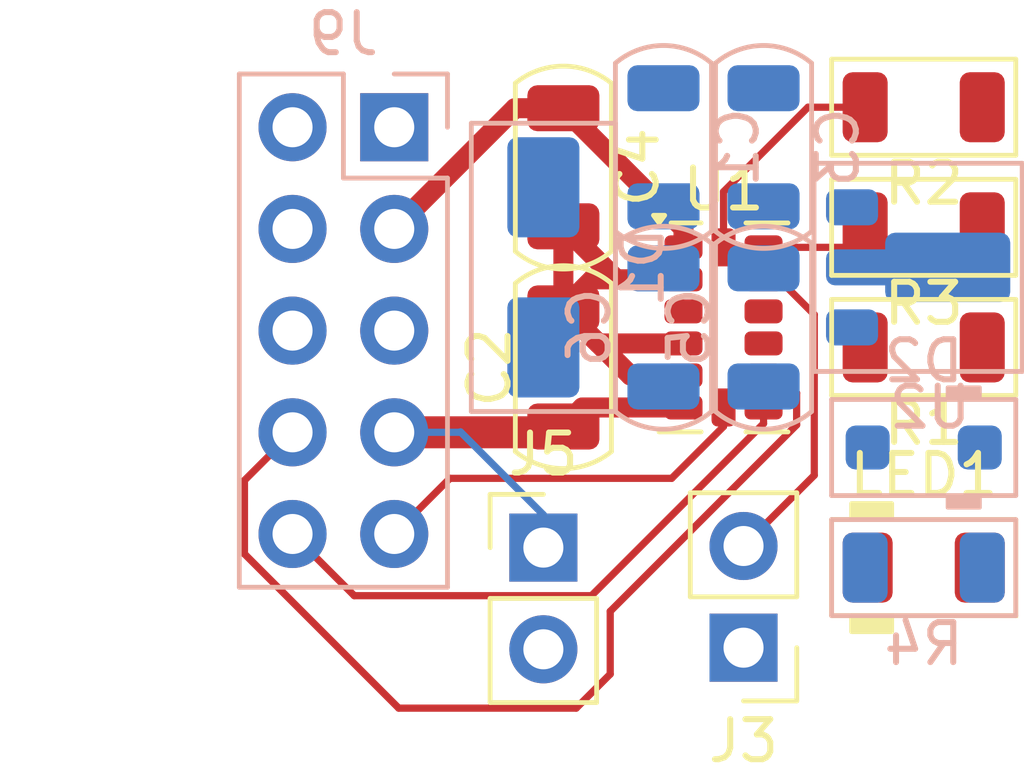
<source format=kicad_pcb>
(kicad_pcb (version 20241229) (generator "pcbnew") (generator_version "9.0")
  (layers (0 "F.Cu" signal) (2 "B.Cu" signal) (13 "F.Paste" user) (15 "B.Paste" user) (5 "F.SilkS" user "F.Silkscreen") (7 "B.SilkS" user "B.Silkscreen") (1 "F.Mask" user) (3 "B.Mask" user) (25 "Edge.Cuts" user))
  (net 0 "")
  (net 1 "+5V")
  (net 2 "GND")
  (net 3 "/VS")
  (net 4 "+3.3V")
  (net 5 "/SDO")
  (net 6 "/INT1")
  (net 7 "/INT2")
  (net 8 "/SDA")
  (net 9 "/SCL")
  (net 10 "/CS")
  (net 11 "Net-(LED1-A)")
  (footprint "PCM_Resistor_SMD_AKL:R_1206_3216Metric" (layer "F.Cu") (at 105 97.5 180)
    (property "Reference" "R3" (at 0 -1.904999 0) (layer "F.SilkS"))
    (property "Value" "10K" (hide yes))
    (fp_line (start 2.3 1.200001) (end 2.3 -1.200001) (stroke (width 0.12)) (layer "F.SilkS"))
    (fp_line (start 2.3 -1.200001) (end -2.3 -1.200001) (stroke (width 0.12)) (layer "F.SilkS"))
    (fp_line (start -2.3 1.200001) (end 2.3 1.200001) (stroke (width 0.12)) (layer "F.SilkS"))
    (fp_line (start -2.3 -1.200001) (end -2.3 1.200001) (stroke (width 0.12)) (layer "F.SilkS"))
    (pad "1" smd roundrect (at -1.4625 0 180) (size 1.125 1.75) (layers "F.Cu" "F.Mask" "F.Paste") (roundrect_rratio 0.222222) (net 4 "+3.3V"))
    (pad "2" smd roundrect (at 1.4625 0 180) (size 1.125 1.75) (layers "F.Cu" "F.Mask" "F.Paste") (roundrect_rratio 0.222222) (net 8 "/SDA"))
  )
  (footprint "PCM_Capacitor_SMD_AKL:C_1206_3216Metric" (layer "F.Cu") (at 96 96 -90)
    (property "Reference" "C4" (at 0 -1.850001 90) (layer "F.SilkS"))
    (property "Value" "100nF" (hide yes))
    (fp_line (start -2.1 1.2) (end 2.1 1.2) (stroke (width 0.12)) (layer "F.SilkS"))
    (fp_line (start 2.1 -1.2) (end -2.1 -1.2) (stroke (width 0.12)) (layer "F.SilkS"))
    (fp_arc (start -2.1 1.2) (mid -2.526625 0) (end -2.1 -1.2) (stroke (width 0.12)) (layer "F.SilkS"))
    (fp_arc (start 2.1 -1.2) (mid 2.541963 0) (end 2.1 1.2) (stroke (width 0.12)) (layer "F.SilkS"))
    (pad "1" smd roundrect (at -1.475001 0 270) (size 1.15 1.8) (layers "F.Cu" "F.Mask" "F.Paste") (roundrect_rratio 0.217391) (net 4 "+3.3V"))
    (pad "2" smd roundrect (at 1.475001 0 270) (size 1.15 1.8) (layers "F.Cu" "F.Mask" "F.Paste") (roundrect_rratio 0.217391) (net 2 "GND"))
  )
  (footprint "Package_LGA:LGA-14_3x5mm_P0.8mm_LayoutBorder1x6y" (layer "F.Cu") (at 100 100)
    (property "Reference" "U1" (at 0 -3.45 0) (layer "F.SilkS"))
    (property "Value" "ADXL345")
    (fp_line (start -0.56 -2.61) (end -1.31 -2.61) (stroke (width 0.12)) (layer "F.SilkS"))
    (fp_line (start -0.56 2.61) (end -1.61 2.61) (stroke (width 0.12)) (layer "F.SilkS"))
    (fp_line (start 0.56 -2.61) (end 1.61 -2.61) (stroke (width 0.12)) (layer "F.SilkS"))
    (fp_line (start 0.56 2.61) (end 1.61 2.61) (stroke (width 0.12)) (layer "F.SilkS"))
    (fp_poly (pts (xy -1.61 -2.61) (xy -1.75 -2.8) (xy -1.47 -2.8) (xy -1.61 -2.61)) (stroke (width 0.12)) (fill yes) (layer "F.SilkS"))
    (pad "1" smd roundrect (at -1 -2) (size 0.95 0.6) (layers "F.Cu" "F.Mask" "F.Paste") (net 4 "+3.3V"))
    (pad "2" smd roundrect (at -1 -1.2) (size 0.95 0.6) (layers "F.Cu" "F.Mask" "F.Paste") (net 2 "GND"))
    (pad "3" smd roundrect (at -1 -0.4) (size 0.95 0.6) (layers "F.Cu" "F.Mask" "F.Paste"))
    (pad "4" smd roundrect (at -1 0.4) (size 0.95 0.6) (layers "F.Cu" "F.Mask" "F.Paste") (net 2 "GND"))
    (pad "5" smd roundrect (at -1 1.2) (size 0.95 0.6) (layers "F.Cu" "F.Mask" "F.Paste") (net 2 "GND"))
    (pad "6" smd roundrect (at -1 2) (size 0.95 0.6) (layers "F.Cu" "F.Mask" "F.Paste") (net 3 "/VS"))
    (pad "7" smd roundrect (at 0 2) (size 0.6 0.95) (layers "F.Cu" "F.Mask" "F.Paste") (net 10 "/CS"))
    (pad "8" smd roundrect (at 1 2) (size 0.95 0.6) (layers "F.Cu" "F.Mask" "F.Paste") (net 6 "/INT1"))
    (pad "9" smd roundrect (at 1 1.2) (size 0.95 0.6) (layers "F.Cu" "F.Mask" "F.Paste") (net 7 "/INT2"))
    (pad "10" smd roundrect (at 1 0.4) (size 0.95 0.6) (layers "F.Cu" "F.Mask" "F.Paste"))
    (pad "11" smd roundrect (at 1 -0.4) (size 0.95 0.6) (layers "F.Cu" "F.Mask" "F.Paste"))
    (pad "12" smd roundrect (at 1 -1.2) (size 0.95 0.6) (layers "F.Cu" "F.Mask" "F.Paste") (net 5 "/SDO"))
    (pad "13" smd roundrect (at 1 -2) (size 0.95 0.6) (layers "F.Cu" "F.Mask" "F.Paste") (net 8 "/SDA"))
    (pad "14" smd roundrect (at 0 -2) (size 0.6 0.95) (layers "F.Cu" "F.Mask" "F.Paste") (net 9 "/SCL"))
  )
  (footprint "PCM_Resistor_SMD_AKL:R_1206_3216Metric" (layer "F.Cu") (at 105 94.5 180)
    (property "Reference" "R2" (at 0 -1.904999 0) (layer "F.SilkS"))
    (property "Value" "10K" (hide yes))
    (fp_line (start 2.3 1.200001) (end 2.3 -1.200001) (stroke (width 0.12)) (layer "F.SilkS"))
    (fp_line (start 2.3 -1.200001) (end -2.3 -1.200001) (stroke (width 0.12)) (layer "F.SilkS"))
    (fp_line (start -2.3 1.200001) (end 2.3 1.200001) (stroke (width 0.12)) (layer "F.SilkS"))
    (fp_line (start -2.3 -1.200001) (end -2.3 1.200001) (stroke (width 0.12)) (layer "F.SilkS"))
    (pad "1" smd roundrect (at -1.4625 0 180) (size 1.125 1.75) (layers "F.Cu" "F.Mask" "F.Paste") (roundrect_rratio 0.222222) (net 4 "+3.3V"))
    (pad "2" smd roundrect (at 1.4625 0 180) (size 1.125 1.75) (layers "F.Cu" "F.Mask" "F.Paste") (roundrect_rratio 0.222222) (net 9 "/SCL"))
  )
  (footprint "PCM_LED_SMD_AKL:LED_1206_3216Metric" (layer "F.Cu") (at 105 106)
    (property "Reference" "LED1" (at 0 -2.32 0) (layer "F.SilkS"))
    (property "Value" "red" (hide yes))
    (fp_poly (pts (xy -2.3 -1.200001) (xy 2.3 -1.200001) (xy 2.3 1.200001) (xy -2.3 1.200001)) (stroke (width 0.12)) (fill no) (layer "F.SilkS"))
    (fp_poly (pts (xy -1.8 -1.6) (xy -0.8 -1.6) (xy -0.8 -1.200001) (xy -1.8 -1.2)) (stroke (width 0.12)) (fill yes) (layer "F.SilkS"))
    (fp_poly (pts (xy -1.8 1.2) (xy -0.8 1.200001) (xy -0.8 1.6) (xy -1.8 1.6)) (stroke (width 0.12)) (fill yes) (layer "F.SilkS"))
    (pad "1" smd roundrect (at -1.399999 0) (size 1.25 1.75) (layers "F.Cu" "F.Mask" "F.Paste") (roundrect_rratio 0.2) (net 2 "GND"))
    (pad "2" smd roundrect (at 1.399999 0) (size 1.25 1.75) (layers "F.Cu" "F.Mask" "F.Paste") (roundrect_rratio 0.2) (net 11 "Net-(LED1-A)"))
  )
  (footprint "Connector_PinHeader_2.54mm:PinHeader_1x02_P2.54mm_Vertical" (layer "F.Cu") (at 100.5 108 180)
    (property "Reference" "J3" (at 0 -2.33 0) (layer "F.SilkS"))
    (property "Value" "Conn_01x02")
    (fp_line (start 1.33 1.270001) (end 1.33 3.87) (stroke (width 0.12)) (layer "F.SilkS"))
    (fp_line (start -1.33 3.87) (end 1.33 3.87) (stroke (width 0.12)) (layer "F.SilkS"))
    (fp_line (start -1.33 1.270001) (end 1.33 1.270001) (stroke (width 0.12)) (layer "F.SilkS"))
    (fp_line (start -1.33 1.270001) (end -1.33 3.87) (stroke (width 0.12)) (layer "F.SilkS"))
    (fp_line (start -1.33 0) (end -1.33 -1.33) (stroke (width 0.12)) (layer "F.SilkS"))
    (fp_line (start -1.33 -1.33) (end 0 -1.33) (stroke (width 0.12)) (layer "F.SilkS"))
    (pad "1" thru_hole rect (at 0 0 180) (size 1.7 1.7) (drill 1) (layers "*.Cu" "*.Mask") (net 2 "GND"))
    (pad "2" thru_hole oval (at 0 2.54 180) (size 1.7 1.7) (drill 1) (layers "*.Cu" "*.Mask") (net 5 "/SDO"))
  )
  (footprint "PCM_Capacitor_SMD_AKL:C_1206_3216Metric" (layer "F.Cu") (at 96 101 90)
    (property "Reference" "C2" (at 0 -1.850001 90) (layer "F.SilkS"))
    (property "Value" "100nF" (hide yes))
    (fp_line (start 2.1 -1.2) (end -2.1 -1.2) (stroke (width 0.12)) (layer "F.SilkS"))
    (fp_line (start -2.1 1.2) (end 2.1 1.2) (stroke (width 0.12)) (layer "F.SilkS"))
    (fp_arc (start 2.1 -1.2) (mid 2.541963 0) (end 2.1 1.2) (stroke (width 0.12)) (layer "F.SilkS"))
    (fp_arc (start -2.1 1.2) (mid -2.526625 0) (end -2.1 -1.2) (stroke (width 0.12)) (layer "F.SilkS"))
    (pad "1" smd roundrect (at -1.475001 0 90) (size 1.15 1.8) (layers "F.Cu" "F.Mask" "F.Paste") (roundrect_rratio 0.217391) (net 3 "/VS"))
    (pad "2" smd roundrect (at 1.475001 0 90) (size 1.15 1.8) (layers "F.Cu" "F.Mask" "F.Paste") (roundrect_rratio 0.217391) (net 2 "GND"))
  )
  (footprint "PCM_Resistor_SMD_AKL:R_1206_3216Metric" (layer "F.Cu") (at 105 100.5 180)
    (property "Reference" "R1" (at 0 -1.904999 0) (layer "F.SilkS"))
    (property "Value" "10K" (hide yes))
    (fp_line (start 2.3 1.200001) (end 2.3 -1.200001) (stroke (width 0.12)) (layer "F.SilkS"))
    (fp_line (start 2.3 -1.200001) (end -2.3 -1.200001) (stroke (width 0.12)) (layer "F.SilkS"))
    (fp_line (start -2.3 1.200001) (end 2.3 1.200001) (stroke (width 0.12)) (layer "F.SilkS"))
    (fp_line (start -2.3 -1.200001) (end -2.3 1.200001) (stroke (width 0.12)) (layer "F.SilkS"))
    (pad "1" smd roundrect (at -1.4625 0 180) (size 1.125 1.75) (layers "F.Cu" "F.Mask" "F.Paste") (roundrect_rratio 0.222222) (net 4 "+3.3V"))
    (pad "2" smd roundrect (at 1.4625 0 180) (size 1.125 1.75) (layers "F.Cu" "F.Mask" "F.Paste") (roundrect_rratio 0.222222) (net 10 "/CS"))
  )
  (footprint "Connector_PinHeader_2.54mm:PinHeader_1x02_P2.54mm_Vertical" (layer "F.Cu") (at 95.5 105.5)
    (property "Reference" "J5" (at 0 -2.33 0) (layer "F.SilkS"))
    (property "Value" "Conn_01x02")
    (fp_line (start -1.33 -1.33) (end 0 -1.33) (stroke (width 0.12)) (layer "F.SilkS"))
    (fp_line (start -1.33 0) (end -1.33 -1.33) (stroke (width 0.12)) (layer "F.SilkS"))
    (fp_line (start -1.33 1.270001) (end -1.33 3.87) (stroke (width 0.12)) (layer "F.SilkS"))
    (fp_line (start -1.33 1.270001) (end 1.33 1.270001) (stroke (width 0.12)) (layer "F.SilkS"))
    (fp_line (start -1.33 3.87) (end 1.33 3.87) (stroke (width 0.12)) (layer "F.SilkS"))
    (fp_line (start 1.33 1.270001) (end 1.33 3.87) (stroke (width 0.12)) (layer "F.SilkS"))
    (pad "1" thru_hole rect (at 0 0) (size 1.7 1.7) (drill 1) (layers "*.Cu" "*.Mask") (net 3 "/VS"))
    (pad "2" thru_hole oval (at 0 2.54) (size 1.7 1.7) (drill 1) (layers "*.Cu" "*.Mask") (net 4 "+3.3V"))
  )
  (footprint "PCM_Capacitor_SMD_AKL:C_1206_3216Metric" (layer "B.Cu") (at 98.5 100 -90)
    (property "Reference" "C6" (at 0 1.850001 90) (layer "B.SilkS") (effects (justify mirror)))
    (property "Value" "100nF" (hide yes))
    (fp_line (start 2.1 1.2) (end -2.1 1.2) (stroke (width 0.12)) (layer "B.SilkS"))
    (fp_line (start -2.1 -1.2) (end 2.1 -1.2) (stroke (width 0.12)) (layer "B.SilkS"))
    (fp_arc (start -2.1 1.2) (mid -2.526625 0) (end -2.1 -1.2) (stroke (width 0.12)) (layer "B.SilkS"))
    (fp_arc (start 2.1 -1.2) (mid 2.541963 0) (end 2.1 1.2) (stroke (width 0.12)) (layer "B.SilkS"))
    (pad "1" smd roundrect (at -1.475001 0 270) (size 1.15 1.8) (layers "B.Cu" "B.Mask" "B.Paste") (roundrect_rratio 0.217391) (net 4 "+3.3V"))
    (pad "2" smd roundrect (at 1.475001 0 270) (size 1.15 1.8) (layers "B.Cu" "B.Mask" "B.Paste") (roundrect_rratio 0.217391) (net 2 "GND"))
  )
  (footprint "PCM_Diode_SMD_AKL:D_SMA_TVS" (layer "B.Cu") (at 95.5 98.5 90)
    (property "Reference" "D1" (at 0 2.4765 90) (layer "B.SilkS") (effects (justify mirror)))
    (property "Value" "SMAJ5.0CA" (hide yes))
    (fp_line (start 3.6 -1.8) (end 3.6 1.8) (stroke (width 0.12)) (layer "B.SilkS"))
    (fp_line (start -3.6 -1.8) (end 3.6 -1.8) (stroke (width 0.12)) (layer "B.SilkS"))
    (fp_line (start 3.6 1.8) (end -3.6 1.8) (stroke (width 0.12)) (layer "B.SilkS"))
    (fp_line (start -3.6 1.8) (end -3.6 -1.8) (stroke (width 0.12)) (layer "B.SilkS"))
    (pad "1" smd roundrect (at -2.000001 0 90) (size 2.5 1.8) (layers "B.Cu" "B.Mask" "B.Paste") (roundrect_rratio 0.1388888889) (net 2 "GND"))
    (pad "2" smd roundrect (at 2.000001 0 90) (size 2.5 1.8) (layers "B.Cu" "B.Mask" "B.Paste") (roundrect_rratio 0.1388888889) (net 1 "+5V"))
  )
  (footprint "PCM_Package_TO_SOT_SMD_AKL:SOT-89-3" (layer "B.Cu") (at 104.86 98.5)
    (property "Reference" "U2" (at 0.3 3.5 0) (layer "B.SilkS") (effects (justify mirror)))
    (property "Value" "LDI1117-3.3U" (hide yes))
    (fp_line (start -2.6 -2.6) (end 2.6 -2.6) (stroke (width 0.12)) (layer "B.SilkS"))
    (fp_line (start -2.6 2.6) (end -2.6 -2.6) (stroke (width 0.12)) (layer "B.SilkS"))
    (fp_line (start 2.6 -2.6) (end 2.6 2.6) (stroke (width 0.12)) (layer "B.SilkS"))
    (fp_line (start 2.6 2.6) (end -2.6 2.6) (stroke (width 0.12)) (layer "B.SilkS"))
    (pad "1" smd roundrect (at -1.65 1.5) (size 1.3 0.9) (layers "B.Cu" "B.Mask" "B.Paste") (net 2 "GND"))
    (pad "2" smd roundrect (at -1.45 0) (size 1.7 0.9) (layers "B.Cu" "B.Mask" "B.Paste") (net 4 "+3.3V"))
    (pad "2" smd roundrect (at 0.74 0 270) (size 1.733 3.125) (layers "B.Cu" "B.Mask" "B.Paste") (roundrect_rratio 0.1442585113) (net 4 "+3.3V"))
    (pad "3" smd roundrect (at -1.65 -1.5) (size 1.3 0.9) (layers "B.Cu" "B.Mask" "B.Paste") (net 1 "+5V"))
  )
  (footprint "PCM_Capacitor_SMD_AKL:C_1206_3216Metric" (layer "B.Cu") (at 101 100 -90)
    (property "Reference" "C5" (at 0 1.850001 90) (layer "B.SilkS") (effects (justify mirror)))
    (property "Value" "10uF" (hide yes))
    (fp_line (start 2.1 1.2) (end -2.1 1.2) (stroke (width 0.12)) (layer "B.SilkS"))
    (fp_line (start -2.1 -1.2) (end 2.1 -1.2) (stroke (width 0.12)) (layer "B.SilkS"))
    (fp_arc (start -2.1 1.2) (mid -2.526625 0) (end -2.1 -1.2) (stroke (width 0.12)) (layer "B.SilkS"))
    (fp_arc (start 2.1 -1.2) (mid 2.541962 0) (end 2.1 1.2) (stroke (width 0.12)) (layer "B.SilkS"))
    (pad "1" smd roundrect (at -1.475001 0 270) (size 1.15 1.8) (layers "B.Cu" "B.Mask" "B.Paste") (roundrect_rratio 0.217391) (net 4 "+3.3V"))
    (pad "2" smd roundrect (at 1.475001 0 270) (size 1.15 1.8) (layers "B.Cu" "B.Mask" "B.Paste") (roundrect_rratio 0.217391) (net 2 "GND"))
  )
  (footprint "PCM_Resistor_SMD_AKL:R_1206_3216Metric" (layer "B.Cu") (at 105 106)
    (property "Reference" "R4" (at 0 1.904999 0) (layer "B.SilkS") (effects (justify mirror)))
    (property "Value" "10K" (hide yes))
    (fp_line (start -2.3 -1.200001) (end 2.3 -1.200001) (stroke (width 0.12)) (layer "B.SilkS"))
    (fp_line (start -2.3 1.200001) (end -2.3 -1.200001) (stroke (width 0.12)) (layer "B.SilkS"))
    (fp_line (start 2.3 -1.200001) (end 2.3 1.200001) (stroke (width 0.12)) (layer "B.SilkS"))
    (fp_line (start 2.3 1.200001) (end -2.3 1.200001) (stroke (width 0.12)) (layer "B.SilkS"))
    (pad "1" smd roundrect (at -1.4625 0) (size 1.125 1.75) (layers "B.Cu" "B.Mask" "B.Paste") (roundrect_rratio 0.222222) (net 4 "+3.3V"))
    (pad "2" smd roundrect (at 1.4625 0) (size 1.125 1.75) (layers "B.Cu" "B.Mask" "B.Paste") (roundrect_rratio 0.222222) (net 11 "Net-(LED1-A)"))
  )
  (footprint "PCM_Capacitor_SMD_AKL:C_1206_3216Metric" (layer "B.Cu") (at 101 95.5 90)
    (property "Reference" "C3" (at 0 1.850001 90) (layer "B.SilkS") (effects (justify mirror)))
    (property "Value" "100nF" (hide yes))
    (fp_line (start -2.1 -1.2) (end 2.1 -1.2) (stroke (width 0.12)) (layer "B.SilkS"))
    (fp_line (start 2.1 1.2) (end -2.1 1.2) (stroke (width 0.12)) (layer "B.SilkS"))
    (fp_arc (start 2.1 -1.2) (mid 2.541963 0) (end 2.1 1.2) (stroke (width 0.12)) (layer "B.SilkS"))
    (fp_arc (start -2.1 1.2) (mid -2.526625 0) (end -2.1 -1.2) (stroke (width 0.12)) (layer "B.SilkS"))
    (pad "1" smd roundrect (at -1.475001 0 90) (size 1.15 1.8) (layers "B.Cu" "B.Mask" "B.Paste") (roundrect_rratio 0.217391) (net 1 "+5V"))
    (pad "2" smd roundrect (at 1.475001 0 90) (size 1.15 1.8) (layers "B.Cu" "B.Mask" "B.Paste") (roundrect_rratio 0.217391) (net 2 "GND"))
  )
  (footprint "PCM_Diode_SMD_AKL:D_SOD-123F" (layer "B.Cu") (at 105 103 180)
    (property "Reference" "D2" (at 0 2.159001 0) (layer "B.SilkS") (effects (justify mirror)))
    (property "Value" "SMF3.3CA" (hide yes))
    (fp_line (start 2.3 1.200001) (end -2.3 1.200001) (stroke (width 0.12)) (layer "B.SilkS"))
    (fp_line (start 2.3 -1.200001) (end 2.3 1.200001) (stroke (width 0.12)) (layer "B.SilkS"))
    (fp_line (start -2.3 1.200001) (end -2.3 -1.200001) (stroke (width 0.12)) (layer "B.SilkS"))
    (fp_line (start -2.3 -1.200001) (end 2.3 -1.200001) (stroke (width 0.12)) (layer "B.SilkS"))
    (fp_poly (pts (xy -0.6 1.2) (xy -1.4 1.200001) (xy -1.4 1.5) (xy -0.6 1.5)) (stroke (width 0.1)) (fill yes) (layer "B.SilkS"))
    (fp_poly (pts (xy -0.6 -1.5) (xy -1.4 -1.5) (xy -1.4 -1.200001) (xy -0.6 -1.2)) (stroke (width 0.1)) (fill yes) (layer "B.SilkS"))
    (pad "1" smd roundrect (at -1.399999 0 180) (size 1.1 1.1) (layers "B.Cu" "B.Mask" "B.Paste") (roundrect_rratio 0.2272727273) (net 2 "GND"))
    (pad "2" smd roundrect (at 1.399999 0 180) (size 1.1 1.1) (layers "B.Cu" "B.Mask" "B.Paste") (roundrect_rratio 0.2272727273) (net 4 "+3.3V"))
  )
  (footprint "PCM_Capacitor_SMD_AKL:C_1206_3216Metric" (layer "B.Cu") (at 98.5 95.5 90)
    (property "Reference" "C1" (at 0 1.850001 90) (layer "B.SilkS") (effects (justify mirror)))
    (property "Value" "10uF" (hide yes))
    (fp_line (start -2.1 -1.2) (end 2.1 -1.2) (stroke (width 0.12)) (layer "B.SilkS"))
    (fp_line (start 2.1 1.2) (end -2.1 1.2) (stroke (width 0.12)) (layer "B.SilkS"))
    (fp_arc (start 2.1 -1.2) (mid 2.541963 0) (end 2.1 1.2) (stroke (width 0.12)) (layer "B.SilkS"))
    (fp_arc (start -2.1 1.2) (mid -2.526625 0) (end -2.1 -1.2) (stroke (width 0.12)) (layer "B.SilkS"))
    (pad "1" smd roundrect (at -1.475001 0 90) (size 1.15 1.8) (layers "B.Cu" "B.Mask" "B.Paste") (roundrect_rratio 0.217391) (net 1 "+5V"))
    (pad "2" smd roundrect (at 1.475001 0 90) (size 1.15 1.8) (layers "B.Cu" "B.Mask" "B.Paste") (roundrect_rratio 0.217391) (net 2 "GND"))
  )
  (footprint "Connector_PinHeader_2.54mm:PinHeader_2x05_P2.54mm_Vertical" (layer "B.Cu") (at 91.775 95 180)
    (property "Reference" "J9" (at 1.27 2.33 0) (layer "B.SilkS") (effects (justify mirror)))
    (property "Value" "Conn_02x05_Odd_Even")
    (fp_line (start 3.87 1.33) (end 3.87 -11.49) (stroke (width 0.12)) (layer "B.SilkS"))
    (fp_line (start 1.27 1.33) (end 3.87 1.33) (stroke (width 0.12)) (layer "B.SilkS"))
    (fp_line (start 1.27 -1.27) (end 1.27 1.33) (stroke (width 0.12)) (layer "B.SilkS"))
    (fp_line (start -1.33 1.33) (end 0 1.33) (stroke (width 0.12)) (layer "B.SilkS"))
    (fp_line (start -1.33 0) (end -1.33 1.33) (stroke (width 0.12)) (layer "B.SilkS"))
    (fp_line (start -1.33 -1.27) (end 1.27 -1.27) (stroke (width 0.12)) (layer "B.SilkS"))
    (fp_line (start -1.33 -1.27) (end -1.33 -11.49) (stroke (width 0.12)) (layer "B.SilkS"))
    (fp_line (start -1.33 -11.49) (end 3.87 -11.49) (stroke (width 0.12)) (layer "B.SilkS"))
    (pad "1" thru_hole rect (at 0 0 180) (size 1.7 1.7) (drill 1) (layers "*.Cu" "*.Mask") (net 1 "+5V"))
    (pad "2" thru_hole oval (at 2.54 0 180) (size 1.7 1.7) (drill 1) (layers "*.Cu" "*.Mask") (net 9 "/SCL"))
    (pad "3" thru_hole oval (at 0 -2.54 180) (size 1.7 1.7) (drill 1) (layers "*.Cu" "*.Mask") (net 4 "+3.3V"))
    (pad "4" thru_hole oval (at 2.54 -2.54 180) (size 1.7 1.7) (drill 1) (layers "*.Cu" "*.Mask") (net 8 "/SDA"))
    (pad "5" thru_hole oval (at 0 -5.08 180) (size 1.7 1.7) (drill 1) (layers "*.Cu" "*.Mask") (net 2 "GND"))
    (pad "6" thru_hole oval (at 2.54 -5.08 180) (size 1.7 1.7) (drill 1) (layers "*.Cu" "*.Mask") (net 5 "/SDO"))
    (pad "7" thru_hole oval (at 0 -7.62 180) (size 1.7 1.7) (drill 1) (layers "*.Cu" "*.Mask") (net 3 "/VS"))
    (pad "8" thru_hole oval (at 2.54 -7.62 180) (size 1.7 1.7) (drill 1) (layers "*.Cu" "*.Mask") (net 7 "/INT2"))
    (pad "9" thru_hole oval (at 0 -10.16 180) (size 1.7 1.7) (drill 1) (layers "*.Cu" "*.Mask") (net 10 "/CS"))
    (pad "10" thru_hole oval (at 2.54 -10.16 180) (size 1.7 1.7) (drill 1) (layers "*.Cu" "*.Mask") (net 6 "/INT1"))
  )
  (segment (start 96 97.475001) (end 96 99.524999) (width 0.5) (layer "F.Cu") (net 2))
  (segment (start 96.724999 98.8) (end 96 99.524999) (width 0.5) (layer "F.Cu") (net 2))
  (segment (start 97.675001 101.2) (end 96 99.524999) (width 0.5) (layer "F.Cu") (net 2))
  (segment (start 96.875001 100.4) (end 96 99.524999) (width 0.5) (layer "F.Cu") (net 2))
  (segment (start 99 101.2) (end 97.675001 101.2) (width 0.5) (layer "F.Cu") (net 2))
  (segment (start 97.324999 98.8) (end 96 97.475001) (width 0.5) (layer "F.Cu") (net 2))
  (segment (start 99 98.8) (end 97.324999 98.8) (width 0.5) (layer "F.Cu") (net 2))
  (segment (start 99 98.8) (end 96.724999 98.8) (width 0.5) (layer "F.Cu") (net 2))
  (segment (start 99 100.4) (end 96.875001 100.4) (width 0.5) (layer "F.Cu") (net 2))
  (segment (start 95.855001 102.62) (end 96 102.475001) (width 0.8) (layer "F.Cu") (net 3))
  (segment (start 96.475001 102) (end 96 102.475001) (width 0.5) (layer "F.Cu") (net 3))
  (segment (start 99 102) (end 96.475001 102) (width 0.5) (layer "F.Cu") (net 3))
  (segment (start 91.775 102.62) (end 95.855001 102.62) (width 0.8) (layer "F.Cu") (net 3))
  (segment (start 91.775 102.62) (end 93.42 102.62) (width 0.18) (layer "B.Cu") (net 3))
  (segment (start 95.5 104.68) (end 95.5 105.5) (width 0.18) (layer "B.Cu") (net 3))
  (segment (start 93.42 102.62) (end 93.43 102.61) (width 0.18) (layer "B.Cu") (net 3))
  (segment (start 93.43 102.61) (end 95.5 104.68) (width 0.18) (layer "B.Cu") (net 3))
  (segment (start 94.790001 94.524999) (end 96 94.524999) (width 0.5) (layer "F.Cu") (net 4))
  (segment (start 91.775 97.54) (end 94.790001 94.524999) (width 0.5) (layer "F.Cu") (net 4))
  (segment (start 99 98) (end 99 97.524999) (width 0.5) (layer "F.Cu") (net 4))
  (segment (start 99 97.524999) (end 96 94.524999) (width 0.5) (layer "F.Cu") (net 4))
  (segment (start 101.387678 98.8) (end 102.267 99.679322) (width 0.18) (layer "F.Cu") (net 5))
  (segment (start 101 98.8) (end 101.387678 98.8) (width 0.18) (layer "F.Cu") (net 5))
  (segment (start 102.267 103.693) (end 100.5 105.46) (width 0.18) (layer "F.Cu") (net 5))
  (segment (start 102.267 99.679322) (end 102.267 103.693) (width 0.18) (layer "F.Cu") (net 5))
  (segment (start 96.701 106.701) (end 101 102.402) (width 0.18) (layer "F.Cu") (net 6))
  (segment (start 101 102.402) (end 101 102) (width 0.18) (layer "F.Cu") (net 6))
  (segment (start 90.776 106.701) (end 89.235 105.16) (width 0.18) (layer "F.Cu") (net 6))
  (segment (start 96.701 106.701) (end 90.776 106.701) (width 0.18) (layer "F.Cu") (net 6))
  (segment (start 97.17 108.66) (end 96.32 109.51) (width 0.18) (layer "F.Cu") (net 7))
  (segment (start 96.32 109.51) (end 91.886529 109.51) (width 0.18) (layer "F.Cu") (net 7))
  (segment (start 101.826 101.638322) (end 101.826 102.435528) (width 0.18) (layer "F.Cu") (net 7))
  (segment (start 88.034 103.821) (end 89.235 102.62) (width 0.18) (layer "F.Cu") (net 7))
  (segment (start 101 101.2) (end 101.387678 101.2) (width 0.18) (layer "F.Cu") (net 7))
  (segment (start 88.034 105.657471) (end 88.034 103.821) (width 0.18) (layer "F.Cu") (net 7))
  (segment (start 91.886529 109.51) (end 88.034 105.657471) (width 0.18) (layer "F.Cu") (net 7))
  (segment (start 97.17 107.091529) (end 97.17 108.66) (width 0.18) (layer "F.Cu") (net 7))
  (segment (start 101.826 102.435528) (end 97.17 107.091529) (width 0.18) (layer "F.Cu") (net 7))
  (segment (start 101.387678 101.2) (end 101.826 101.638322) (width 0.18) (layer "F.Cu") (net 7))
  (segment (start 103.0375 98) (end 103.5375 97.5) (width 0.18) (layer "F.Cu") (net 8))
  (segment (start 101 98) (end 103.0375 98) (width 0.18) (layer "F.Cu") (net 8))
  (segment (start 100 96.61) (end 102.11 94.5) (width 0.18) (layer "F.Cu") (net 9))
  (segment (start 102.11 94.5) (end 103.5375 94.5) (width 0.18) (layer "F.Cu") (net 9))
  (segment (start 100 98) (end 100 96.61) (width 0.18) (layer "F.Cu") (net 9))
  (segment (start 98.704999 103.77) (end 93.165 103.77) (width 0.18) (layer "F.Cu") (net 10))
  (segment (start 100 102) (end 100 102.474999) (width 0.18) (layer "F.Cu") (net 10))
  (segment (start 93.165 103.77) (end 91.775 105.16) (width 0.18) (layer "F.Cu") (net 10))
  (segment (start 100 102.474999) (end 98.704999 103.77) (width 0.18) (layer "F.Cu") (net 10))
)
</source>
